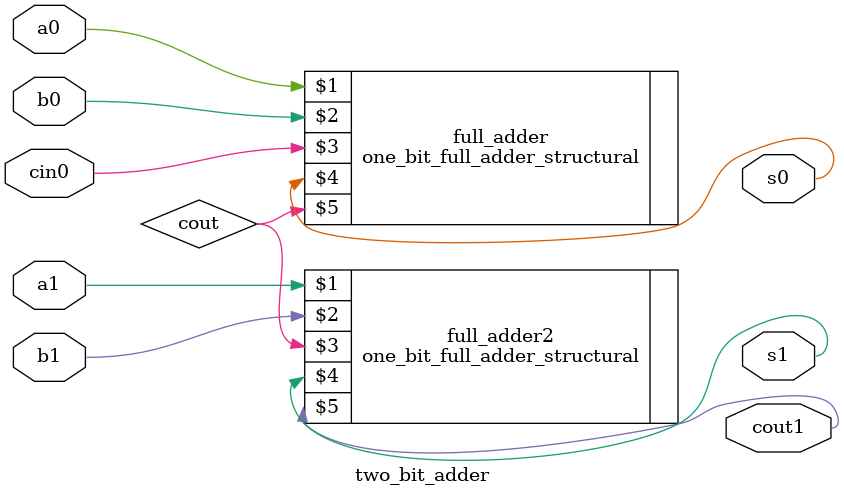
<source format=sv>
`timescale 1ns / 1ps

module two_bit_adder (input logic a0, a1, b0, b1, cin0, output logic s0, s1, cout1);
    logic cout;
    one_bit_full_adder_structural full_adder(a0, b0, cin0, s0, cout);
    one_bit_full_adder_structural full_adder2(a1, b1, cout, s1, cout1);
endmodule

</source>
